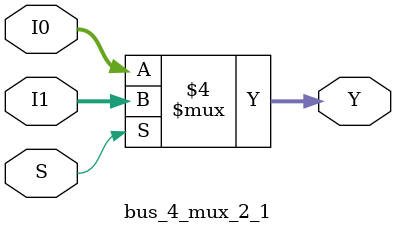
<source format=v>
`timescale 1ns / 1ps


module bus_4_mux_2_1(
    input [3:0] I0, // switches 3 - 0
    input [3:0] I1, // switches 7 - 4
    input S, // button 0
    output reg [3:0] Y
    );

always @ (S, I0, I1)
begin 
    if (S == 0)
        Y = I0; // will pass the data on switches 3 - 0 if sel is set low
    else
        Y = I1; // will pass sw7 - sw4
end
    
endmodule

</source>
